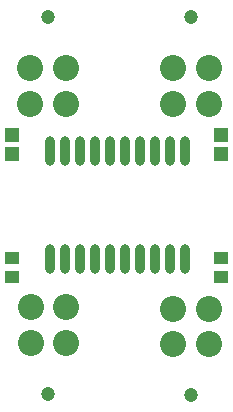
<source format=gbs>
G04 Layer_Color=8150272*
%FSLAX25Y25*%
%MOIN*%
G70*
G01*
G75*
%ADD25O,0.03162X0.09855*%
%ADD26R,0.04537X0.04537*%
%ADD28R,0.04537X0.04340*%
%ADD29C,0.08674*%
%ADD30C,0.04737*%
D25*
X65000Y54488D02*
D03*
X60000D02*
D03*
X55000D02*
D03*
X50000D02*
D03*
X45000D02*
D03*
X40000D02*
D03*
X35000D02*
D03*
X30000D02*
D03*
X25000D02*
D03*
X20000D02*
D03*
X65000Y90512D02*
D03*
X60000D02*
D03*
X55000D02*
D03*
X50000D02*
D03*
X45000D02*
D03*
X40000D02*
D03*
X35000D02*
D03*
X30000D02*
D03*
X25000D02*
D03*
X20000D02*
D03*
D26*
X77000Y89350D02*
D03*
Y95650D02*
D03*
X7500D02*
D03*
Y89350D02*
D03*
D28*
X77000Y54748D02*
D03*
Y48252D02*
D03*
X7500Y54748D02*
D03*
Y48252D02*
D03*
D29*
X61100Y106181D02*
D03*
X72900D02*
D03*
Y117992D02*
D03*
X61100D02*
D03*
X13500Y106181D02*
D03*
X25300D02*
D03*
Y117992D02*
D03*
X13500D02*
D03*
X72900Y37819D02*
D03*
X61100D02*
D03*
Y26008D02*
D03*
X72900D02*
D03*
X25400Y38319D02*
D03*
X13600D02*
D03*
Y26508D02*
D03*
X25400D02*
D03*
D30*
X67000Y135000D02*
D03*
X19400D02*
D03*
X67000Y9000D02*
D03*
X19500Y9500D02*
D03*
M02*

</source>
